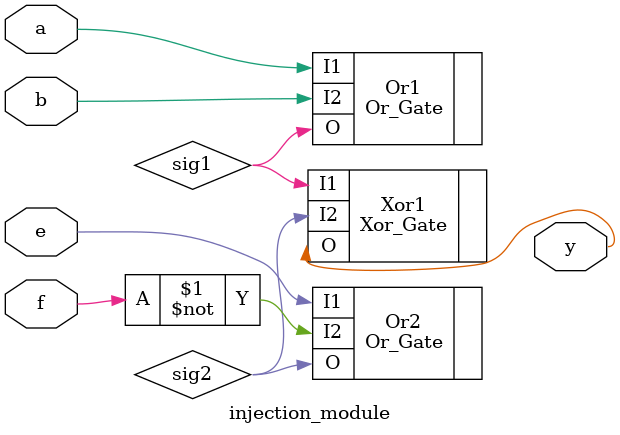
<source format=v>
module injection_module ( input a,b,e,f,
			  output y);
	wire sig1,sig2;

	Or_Gate Or1(
		.I1(a),
		.I2(b),
		.O(sig1)
	);

	Or_Gate Or2(
                .I1(e),
                .I2(~f),
                .O(sig2)
        );

	Xor_Gate Xor1(
		.I1(sig1),
		.I2(sig2),
		.O(y)
	);
	
endmodule	

</source>
